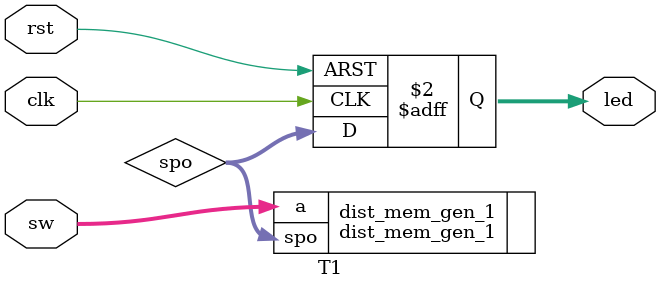
<source format=v>
`timescale 1ns / 1ps


module T1(
input clk,
input rst,
input [3:0] sw,
output reg [7:0]led 
    );
wire [7:0]spo;
always@(posedge clk or posedge rst)
begin
  if(rst)
   led <= 8'h00;
  else
   led <= {spo[7],spo[6],spo[5],spo[4],spo[3],spo[2],spo[1],spo[0]};
end

dist_mem_gen_1 dist_mem_gen_1(
.a  (sw),
.spo(spo)
);
endmodule

</source>
